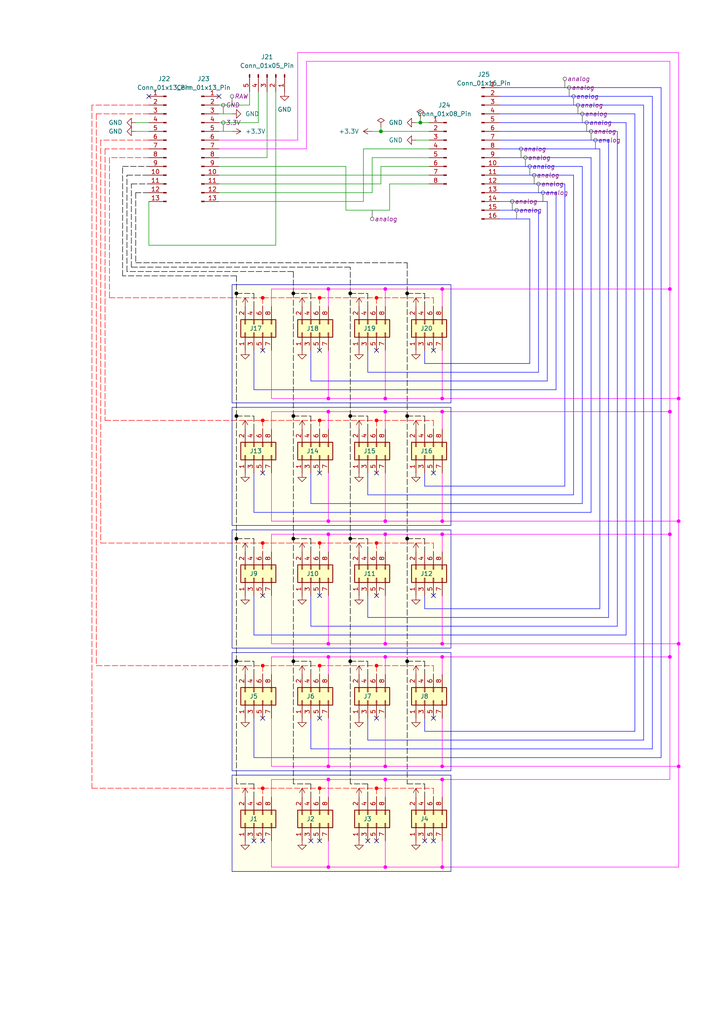
<source format=kicad_sch>
(kicad_sch (version 20230121) (generator eeschema)
  (paper "A4" portrait)
  (junction (at 95.25 119.38) (color 255 0 255 1))
  (junction (at 68.58 156.21) (color 0 0 0 1))
  (junction (at 92.71 121.92) (color 255 0 0 1))
  (junction (at 101.6 191.77) (color 0 0 0 1))
  (junction (at 128.27 151.13) (color 255 0 255 1))
  (junction (at 194.31 190.5) (color 255 0 255 1))
  (junction (at 95.25 190.5) (color 255 0 255 1))
  (junction (at 95.25 154.94) (color 255 0 255 1))
  (junction (at 194.31 154.94) (color 255 0 255 1))
  (junction (at 196.85 151.13) (color 255 0 255 1))
  (junction (at 68.58 191.77) (color 0 0 0 1))
  (junction (at 128.27 186.69) (color 255 0 255 1))
  (junction (at 109.22 193.04) (color 255 0 0 1))
  (junction (at 92.71 228.6) (color 255 0 0 1))
  (junction (at 111.76 226.06) (color 255 0 255 1))
  (junction (at 109.22 157.48) (color 255 0 0 1))
  (junction (at 95.25 186.69) (color 255 0 255 1))
  (junction (at 110.49 38.1))
  (junction (at 118.11 85.09) (color 0 0 0 1))
  (junction (at 128.27 119.38) (color 255 0 255 1))
  (junction (at 111.76 83.82) (color 255 0 255 1))
  (junction (at 95.25 222.25) (color 255 0 255 1))
  (junction (at 128.27 115.57) (color 255 0 255 1))
  (junction (at 85.09 156.21) (color 0 0 0 1))
  (junction (at 111.76 151.13) (color 255 0 255 1))
  (junction (at 196.85 115.57) (color 255 0 255 1))
  (junction (at 111.76 119.38) (color 255 0 255 1))
  (junction (at 95.25 226.06) (color 255 0 255 1))
  (junction (at 118.11 156.21) (color 0 0 0 1))
  (junction (at 111.76 186.69) (color 255 0 255 1))
  (junction (at 92.71 157.48) (color 255 0 0 1))
  (junction (at 111.76 190.5) (color 255 0 255 1))
  (junction (at 128.27 154.94) (color 255 0 255 1))
  (junction (at 101.6 85.09) (color 0 0 0 1))
  (junction (at 118.11 120.65) (color 0 0 0 1))
  (junction (at 92.71 193.04) (color 255 0 0 1))
  (junction (at 95.25 83.82) (color 255 0 255 1))
  (junction (at 111.76 222.25) (color 255 0 255 1))
  (junction (at 109.22 86.36) (color 255 0 0 1))
  (junction (at 95.25 115.57) (color 255 0 255 1))
  (junction (at 101.6 156.21) (color 0 0 0 1))
  (junction (at 109.22 121.92) (color 255 0 0 1))
  (junction (at 92.71 86.36) (color 255 0 0 1))
  (junction (at 68.58 85.09) (color 0 0 0 1))
  (junction (at 76.2 193.04) (color 255 0 0 1))
  (junction (at 128.27 226.06) (color 255 0 255 1))
  (junction (at 128.27 222.25) (color 255 0 255 1))
  (junction (at 111.76 154.94) (color 255 0 255 1))
  (junction (at 76.2 121.92) (color 255 0 0 1))
  (junction (at 85.09 85.09) (color 0 0 0 1))
  (junction (at 85.09 120.65) (color 0 0 0 1))
  (junction (at 111.76 115.57) (color 255 0 255 1))
  (junction (at 194.31 119.38) (color 255 0 255 1))
  (junction (at 76.2 86.36) (color 255 0 0 1))
  (junction (at 68.58 120.65) (color 0 0 0 1))
  (junction (at 118.11 191.77) (color 0 0 0 1))
  (junction (at 111.76 251.46) (color 255 0 255 1))
  (junction (at 95.25 251.46) (color 255 0 255 1))
  (junction (at 76.2 228.6) (color 255 0 0 1))
  (junction (at 196.85 186.69) (color 255 0 255 1))
  (junction (at 121.92 35.56))
  (junction (at 128.27 83.82) (color 255 0 255 1))
  (junction (at 95.25 151.13) (color 255 0 255 1))
  (junction (at 109.22 228.6) (color 255 0 0 1))
  (junction (at 85.09 191.77) (color 0 0 0 1))
  (junction (at 196.85 222.25) (color 255 0 255 1))
  (junction (at 194.31 83.82) (color 255 0 255 1))
  (junction (at 101.6 120.65) (color 0 0 0 1))
  (junction (at 128.27 190.5) (color 255 0 255 1))
  (junction (at 76.2 157.48) (color 255 0 0 1))
  (junction (at 128.27 251.46) (color 255 0 255 1))
  (no_connect (at 92.71 137.16))
  (no_connect (at 125.73 243.84))
  (no_connect (at 125.73 101.6))
  (no_connect (at 92.71 172.72))
  (no_connect (at 125.73 208.28))
  (no_connect (at 125.73 137.16))
  (no_connect (at 106.68 243.84))
  (no_connect (at 109.22 137.16))
  (no_connect (at 92.71 243.84))
  (no_connect (at 123.19 243.84))
  (no_connect (at 92.71 208.28))
  (no_connect (at 43.18 27.94))
  (no_connect (at 76.2 101.6))
  (no_connect (at 73.66 243.84))
  (no_connect (at 109.22 101.6))
  (no_connect (at 76.2 208.28))
  (no_connect (at 92.71 101.6))
  (no_connect (at 76.2 172.72))
  (no_connect (at 109.22 243.84))
  (no_connect (at 63.5 27.94))
  (no_connect (at 76.2 137.16))
  (no_connect (at 109.22 208.28))
  (no_connect (at 109.22 172.72))
  (no_connect (at 90.17 243.84))
  (no_connect (at 76.2 243.84))
  (no_connect (at 125.73 172.72))
  (wire (pts (xy 92.71 121.92) (xy 109.22 121.92)) (stroke (width 0) (type dash) (color 255 0 0 1)))
  (wire (pts (xy 128.27 186.69) (xy 128.27 172.72)) (stroke (width 0) (color 255 0 255 1)))
  (wire (pts (xy 123.19 227.33) (xy 123.19 231.14)) (stroke (width 0) (type dash) (color 0 0 0 1)))
  (wire (pts (xy 118.11 85.09) (xy 123.19 85.09)) (stroke (width 0) (type dash) (color 0 0 0 1)))
  (wire (pts (xy 101.6 77.47) (xy 38.1 77.47)) (stroke (width 0) (type dash) (color 0 0 0 1)))
  (wire (pts (xy 176.53 40.64) (xy 176.53 179.07)) (stroke (width 0) (color 0 0 255 1)))
  (wire (pts (xy 144.78 43.18) (xy 173.99 43.18)) (stroke (width 0) (color 0 0 255 1)))
  (wire (pts (xy 90.17 146.05) (xy 168.91 146.05)) (stroke (width 0) (color 0 0 255 1)))
  (wire (pts (xy 128.27 154.94) (xy 128.27 160.02)) (stroke (width 0) (color 255 0 255 1)))
  (wire (pts (xy 109.22 228.6) (xy 125.73 228.6)) (stroke (width 0) (type dash) (color 255 0 0 1)))
  (wire (pts (xy 30.48 121.92) (xy 76.2 121.92)) (stroke (width 0) (type dash) (color 255 0 0 1)))
  (wire (pts (xy 194.31 190.5) (xy 194.31 226.06)) (stroke (width 0) (color 255 0 255 1)))
  (wire (pts (xy 101.6 227.33) (xy 101.6 191.77)) (stroke (width 0) (type dash) (color 0 0 0 1)))
  (wire (pts (xy 95.25 119.38) (xy 78.74 119.38)) (stroke (width 0) (color 255 0 255 1)))
  (wire (pts (xy 78.74 154.94) (xy 78.74 160.02)) (stroke (width 0) (color 255 0 255 1)))
  (wire (pts (xy 111.76 151.13) (xy 95.25 151.13)) (stroke (width 0) (color 255 0 255 1)))
  (wire (pts (xy 111.76 154.94) (xy 111.76 160.02)) (stroke (width 0) (color 255 0 255 1)))
  (wire (pts (xy 110.49 36.83) (xy 110.49 38.1)))
  (wire (pts (xy 43.18 45.72) (xy 31.75 45.72)) (stroke (width 0) (type dash) (color 255 0 0 1)))
  (wire (pts (xy 63.5 53.34) (xy 110.49 53.34)))
  (wire (pts (xy 128.27 190.5) (xy 128.27 195.58)) (stroke (width 0) (color 255 0 255 1)))
  (wire (pts (xy 111.76 186.69) (xy 95.25 186.69)) (stroke (width 0) (color 255 0 255 1)))
  (wire (pts (xy 100.33 48.26) (xy 100.33 60.96)))
  (wire (pts (xy 179.07 38.1) (xy 179.07 181.61)) (stroke (width 0) (color 0 0 255 1)))
  (wire (pts (xy 39.37 55.88) (xy 39.37 76.2)) (stroke (width 0) (type dash) (color 0 0 0 1)))
  (wire (pts (xy 36.83 78.74) (xy 36.83 50.8)) (stroke (width 0) (type dash) (color 0 0 0 1)))
  (wire (pts (xy 144.78 55.88) (xy 161.29 55.88)) (stroke (width 0) (color 0 0 255 1)))
  (wire (pts (xy 95.25 119.38) (xy 95.25 124.46)) (stroke (width 0) (color 255 0 255 1)))
  (wire (pts (xy 144.78 63.5) (xy 153.67 63.5)) (stroke (width 0) (color 0 0 255 1)))
  (wire (pts (xy 196.85 115.57) (xy 196.85 151.13)) (stroke (width 0) (color 255 0 255 1)))
  (wire (pts (xy 80.01 71.12) (xy 80.01 26.67)))
  (wire (pts (xy 95.25 186.69) (xy 78.74 186.69)) (stroke (width 0) (color 255 0 255 1)))
  (wire (pts (xy 189.23 27.94) (xy 189.23 217.17)) (stroke (width 0) (color 0 0 255 1)))
  (wire (pts (xy 100.33 60.96) (xy 113.03 60.96)))
  (wire (pts (xy 109.22 193.04) (xy 125.73 193.04)) (stroke (width 0) (type dash) (color 255 0 0 1)))
  (wire (pts (xy 123.19 176.53) (xy 173.99 176.53)) (stroke (width 0) (color 0 0 255 1)))
  (wire (pts (xy 128.27 154.94) (xy 194.31 154.94)) (stroke (width 0) (color 255 0 255 1)))
  (wire (pts (xy 125.73 193.04) (xy 125.73 195.58)) (stroke (width 0) (type dash) (color 255 0 0 1)))
  (wire (pts (xy 95.25 83.82) (xy 78.74 83.82)) (stroke (width 0) (color 255 0 255 1)))
  (wire (pts (xy 111.76 119.38) (xy 111.76 124.46)) (stroke (width 0) (color 255 0 255 1)))
  (wire (pts (xy 39.37 35.56) (xy 43.18 35.56)))
  (wire (pts (xy 73.66 148.59) (xy 171.45 148.59)) (stroke (width 0) (color 0 0 255 1)))
  (wire (pts (xy 76.2 121.92) (xy 92.71 121.92)) (stroke (width 0) (type dash) (color 255 0 0 1)))
  (wire (pts (xy 78.74 251.46) (xy 78.74 243.84)) (stroke (width 0) (color 255 0 255 1)))
  (wire (pts (xy 196.85 15.24) (xy 196.85 115.57)) (stroke (width 0) (color 255 0 255 1)))
  (wire (pts (xy 101.6 120.65) (xy 101.6 85.09)) (stroke (width 0) (type dash) (color 0 0 0 1)))
  (wire (pts (xy 128.27 226.06) (xy 128.27 231.14)) (stroke (width 0) (color 255 0 255 1)))
  (wire (pts (xy 107.95 45.72) (xy 124.46 45.72)))
  (wire (pts (xy 63.5 50.8) (xy 124.46 50.8)))
  (wire (pts (xy 85.09 227.33) (xy 85.09 191.77)) (stroke (width 0) (type dash) (color 0 0 0 1)))
  (wire (pts (xy 92.71 193.04) (xy 92.71 195.58)) (stroke (width 0) (type dash) (color 255 0 0 1)))
  (wire (pts (xy 92.71 121.92) (xy 92.71 124.46)) (stroke (width 0) (type dash) (color 255 0 0 1)))
  (wire (pts (xy 128.27 243.84) (xy 128.27 251.46)) (stroke (width 0) (color 255 0 255 1)))
  (wire (pts (xy 85.09 120.65) (xy 90.17 120.65)) (stroke (width 0) (type dash) (color 0 0 0 1)))
  (wire (pts (xy 85.09 85.09) (xy 85.09 78.74)) (stroke (width 0) (type dash) (color 0 0 0 1)))
  (wire (pts (xy 63.5 48.26) (xy 100.33 48.26)))
  (wire (pts (xy 144.78 33.02) (xy 184.15 33.02)) (stroke (width 0) (color 0 0 255 1)))
  (wire (pts (xy 123.19 212.09) (xy 184.15 212.09)) (stroke (width 0) (color 0 0 255 1)))
  (wire (pts (xy 101.6 191.77) (xy 106.68 191.77)) (stroke (width 0) (type dash) (color 0 0 0 1)))
  (wire (pts (xy 106.68 143.51) (xy 166.37 143.51)) (stroke (width 0) (color 0 0 255 1)))
  (wire (pts (xy 109.22 157.48) (xy 109.22 160.02)) (stroke (width 0) (type dash) (color 255 0 0 1)))
  (wire (pts (xy 95.25 226.06) (xy 95.25 231.14)) (stroke (width 0) (color 255 0 255 1)))
  (wire (pts (xy 95.25 154.94) (xy 111.76 154.94)) (stroke (width 0) (color 255 0 255 1)))
  (wire (pts (xy 95.25 251.46) (xy 78.74 251.46)) (stroke (width 0) (color 255 0 255 1)))
  (wire (pts (xy 123.19 101.6) (xy 123.19 105.41)) (stroke (width 0) (color 0 0 255 1)))
  (wire (pts (xy 144.78 35.56) (xy 181.61 35.56)) (stroke (width 0) (color 0 0 255 1)))
  (wire (pts (xy 144.78 48.26) (xy 168.91 48.26)) (stroke (width 0) (color 0 0 255 1)))
  (wire (pts (xy 106.68 156.21) (xy 106.68 160.02)) (stroke (width 0) (type dash) (color 0 0 0 1)))
  (wire (pts (xy 68.58 120.65) (xy 73.66 120.65)) (stroke (width 0) (type dash) (color 0 0 0 1)))
  (wire (pts (xy 101.6 120.65) (xy 106.68 120.65)) (stroke (width 0) (type dash) (color 0 0 0 1)))
  (wire (pts (xy 73.66 227.33) (xy 68.58 227.33)) (stroke (width 0) (type dash) (color 0 0 0 1)))
  (wire (pts (xy 109.22 193.04) (xy 109.22 195.58)) (stroke (width 0) (type dash) (color 255 0 0 1)))
  (wire (pts (xy 43.18 58.42) (xy 43.18 71.12)))
  (wire (pts (xy 63.5 33.02) (xy 67.31 33.02)))
  (wire (pts (xy 86.36 40.64) (xy 86.36 15.24)) (stroke (width 0) (color 255 0 255 1)))
  (wire (pts (xy 101.6 156.21) (xy 101.6 120.65)) (stroke (width 0) (type dash) (color 0 0 0 1)))
  (wire (pts (xy 85.09 156.21) (xy 90.17 156.21)) (stroke (width 0) (type dash) (color 0 0 0 1)))
  (wire (pts (xy 118.11 191.77) (xy 118.11 227.33)) (stroke (width 0) (type dash) (color 0 0 0 1)))
  (wire (pts (xy 120.65 40.64) (xy 124.46 40.64)))
  (wire (pts (xy 90.17 137.16) (xy 90.17 146.05)) (stroke (width 0) (color 0 0 255 1)))
  (wire (pts (xy 111.76 115.57) (xy 95.25 115.57)) (stroke (width 0) (color 255 0 255 1)))
  (wire (pts (xy 111.76 226.06) (xy 111.76 231.14)) (stroke (width 0) (color 255 0 255 1)))
  (wire (pts (xy 43.18 30.48) (xy 26.67 30.48)) (stroke (width 0) (type dash) (color 255 0 0 1)))
  (wire (pts (xy 123.19 120.65) (xy 123.19 124.46)) (stroke (width 0) (type dash) (color 0 0 0 1)))
  (wire (pts (xy 166.37 50.8) (xy 166.37 143.51)) (stroke (width 0) (color 0 0 255 1)))
  (wire (pts (xy 95.25 186.69) (xy 95.25 172.72)) (stroke (width 0) (color 255 0 255 1)))
  (wire (pts (xy 73.66 172.72) (xy 73.66 184.15)) (stroke (width 0) (color 0 0 255 1)))
  (wire (pts (xy 68.58 80.01) (xy 35.56 80.01)) (stroke (width 0) (type dash) (color 0 0 0 1)))
  (wire (pts (xy 30.48 43.18) (xy 30.48 121.92)) (stroke (width 0) (type dash) (color 255 0 0 1)))
  (wire (pts (xy 106.68 191.77) (xy 106.68 195.58)) (stroke (width 0) (type dash) (color 0 0 0 1)))
  (wire (pts (xy 95.25 115.57) (xy 78.74 115.57)) (stroke (width 0) (color 255 0 255 1)))
  (wire (pts (xy 73.66 219.71) (xy 191.77 219.71)) (stroke (width 0) (color 0 0 255 1)))
  (wire (pts (xy 128.27 222.25) (xy 196.85 222.25)) (stroke (width 0) (color 255 0 255 1)))
  (wire (pts (xy 43.18 40.64) (xy 29.21 40.64)) (stroke (width 0) (type dash) (color 255 0 0 1)))
  (wire (pts (xy 68.58 156.21) (xy 73.66 156.21)) (stroke (width 0) (type dash) (color 0 0 0 1)))
  (wire (pts (xy 125.73 121.92) (xy 125.73 124.46)) (stroke (width 0) (type dash) (color 255 0 0 1)))
  (wire (pts (xy 128.27 83.82) (xy 111.76 83.82)) (stroke (width 0) (color 255 0 255 1)))
  (wire (pts (xy 85.09 156.21) (xy 85.09 120.65)) (stroke (width 0) (type dash) (color 0 0 0 1)))
  (wire (pts (xy 111.76 190.5) (xy 95.25 190.5)) (stroke (width 0) (color 255 0 255 1)))
  (wire (pts (xy 111.76 154.94) (xy 128.27 154.94)) (stroke (width 0) (color 255 0 255 1)))
  (wire (pts (xy 92.71 157.48) (xy 109.22 157.48)) (stroke (width 0) (type dash) (color 255 0 0 1)))
  (wire (pts (xy 78.74 119.38) (xy 78.74 124.46)) (stroke (width 0) (color 255 0 255 1)))
  (wire (pts (xy 31.75 86.36) (xy 76.2 86.36)) (stroke (width 0) (type dash) (color 255 0 0 1)))
  (wire (pts (xy 68.58 156.21) (xy 68.58 120.65)) (stroke (width 0) (type dash) (color 0 0 0 1)))
  (wire (pts (xy 106.68 137.16) (xy 106.68 143.51)) (stroke (width 0) (color 0 0 255 1)))
  (wire (pts (xy 92.71 157.48) (xy 92.71 160.02)) (stroke (width 0) (type dash) (color 255 0 0 1)))
  (wire (pts (xy 111.76 243.84) (xy 111.76 251.46)) (stroke (width 0) (color 255 0 255 1)))
  (wire (pts (xy 92.71 228.6) (xy 109.22 228.6)) (stroke (width 0) (type dash) (color 255 0 0 1)))
  (wire (pts (xy 73.66 191.77) (xy 73.66 195.58)) (stroke (width 0) (type dash) (color 0 0 0 1)))
  (wire (pts (xy 43.18 43.18) (xy 30.48 43.18)) (stroke (width 0) (type dash) (color 255 0 0 1)))
  (wire (pts (xy 90.17 101.6) (xy 90.17 110.49)) (stroke (width 0) (color 0 0 255 1)))
  (wire (pts (xy 76.2 228.6) (xy 92.71 228.6)) (stroke (width 0) (type dash) (color 255 0 0 1)))
  (wire (pts (xy 113.03 53.34) (xy 124.46 53.34)))
  (wire (pts (xy 191.77 25.4) (xy 191.77 219.71)) (stroke (width 0) (color 0 0 255 1)))
  (wire (pts (xy 144.78 58.42) (xy 158.75 58.42)) (stroke (width 0) (color 0 0 255 1)))
  (wire (pts (xy 95.25 190.5) (xy 78.74 190.5)) (stroke (width 0) (color 255 0 255 1)))
  (wire (pts (xy 92.71 193.04) (xy 109.22 193.04)) (stroke (width 0) (type dash) (color 255 0 0 1)))
  (wire (pts (xy 125.73 86.36) (xy 125.73 88.9)) (stroke (width 0) (type dash) (color 255 0 0 1)))
  (wire (pts (xy 95.25 226.06) (xy 78.74 226.06)) (stroke (width 0) (color 255 0 255 1)))
  (wire (pts (xy 118.11 120.65) (xy 123.19 120.65)) (stroke (width 0) (type dash) (color 0 0 0 1)))
  (wire (pts (xy 73.66 156.21) (xy 73.66 160.02)) (stroke (width 0) (type dash) (color 0 0 0 1)))
  (wire (pts (xy 27.94 193.04) (xy 76.2 193.04)) (stroke (width 0) (type dash) (color 255 0 0 1)))
  (wire (pts (xy 144.78 50.8) (xy 166.37 50.8)) (stroke (width 0) (color 0 0 255 1)))
  (wire (pts (xy 106.68 172.72) (xy 106.68 179.07)) (stroke (width 0) (color 0 0 255 1)))
  (wire (pts (xy 73.66 101.6) (xy 73.66 113.03)) (stroke (width 0) (color 0 0 255 1)))
  (wire (pts (xy 73.66 227.33) (xy 73.66 231.14)) (stroke (width 0) (type dash) (color 0 0 0 1)))
  (wire (pts (xy 106.68 107.95) (xy 156.21 107.95)) (stroke (width 0) (color 0 0 255 1)))
  (wire (pts (xy 123.19 208.28) (xy 123.19 212.09)) (stroke (width 0) (color 0 0 255 1)))
  (wire (pts (xy 95.25 115.57) (xy 95.25 101.6)) (stroke (width 0) (color 255 0 255 1)))
  (wire (pts (xy 173.99 43.18) (xy 173.99 176.53)) (stroke (width 0) (color 0 0 255 1)))
  (wire (pts (xy 128.27 119.38) (xy 111.76 119.38)) (stroke (width 0) (color 255 0 255 1)))
  (wire (pts (xy 128.27 222.25) (xy 111.76 222.25)) (stroke (width 0) (color 255 0 255 1)))
  (wire (pts (xy 101.6 191.77) (xy 101.6 156.21)) (stroke (width 0) (type dash) (color 0 0 0 1)))
  (wire (pts (xy 123.19 191.77) (xy 123.19 195.58)) (stroke (width 0) (type dash) (color 0 0 0 1)))
  (wire (pts (xy 78.74 83.82) (xy 78.74 88.9)) (stroke (width 0) (color 255 0 255 1)))
  (wire (pts (xy 186.69 30.48) (xy 186.69 214.63)) (stroke (width 0) (color 0 0 255 1)))
  (wire (pts (xy 120.65 35.56) (xy 121.92 35.56)))
  (wire (pts (xy 106.68 101.6) (xy 106.68 107.95)) (stroke (width 0) (color 0 0 255 1)))
  (wire (pts (xy 111.76 208.28) (xy 111.76 222.25)) (stroke (width 0) (color 255 0 255 1)))
  (wire (pts (xy 196.85 151.13) (xy 196.85 186.69)) (stroke (width 0) (color 255 0 255 1)))
  (wire (pts (xy 77.47 45.72) (xy 77.47 26.67)))
  (wire (pts (xy 125.73 228.6) (xy 125.73 231.14)) (stroke (width 0) (type dash) (color 255 0 0 1)))
  (wire (pts (xy 101.6 156.21) (xy 106.68 156.21)) (stroke (width 0) (type dash) (color 0 0 0 1)))
  (wire (pts (xy 39.37 76.2) (xy 118.11 76.2)) (stroke (width 0) (type dash) (color 0 0 0 1)))
  (wire (pts (xy 128.27 226.06) (xy 194.31 226.06)) (stroke (width 0) (color 255 0 255 1)))
  (wire (pts (xy 86.36 15.24) (xy 196.85 15.24)) (stroke (width 0) (color 255 0 255 1)))
  (wire (pts (xy 128.27 226.06) (xy 111.76 226.06)) (stroke (width 0) (color 255 0 255 1)))
  (wire (pts (xy 76.2 86.36) (xy 76.2 88.9)) (stroke (width 0) (type dash) (color 255 0 0 1)))
  (wire (pts (xy 194.31 17.78) (xy 194.31 83.82)) (stroke (width 0) (color 255 0 255 1)))
  (wire (pts (xy 72.39 30.48) (xy 72.39 26.67)))
  (wire (pts (xy 63.5 58.42) (xy 105.41 58.42)))
  (wire (pts (xy 90.17 217.17) (xy 189.23 217.17)) (stroke (width 0) (color 0 0 255 1)))
  (wire (pts (xy 196.85 251.46) (xy 128.27 251.46)) (stroke (width 0) (color 255 0 255 1)))
  (wire (pts (xy 73.66 113.03) (xy 161.29 113.03)) (stroke (width 0) (color 0 0 255 1)))
  (wire (pts (xy 118.11 85.09) (xy 118.11 120.65)) (stroke (width 0) (type dash) (color 0 0 0 1)))
  (wire (pts (xy 73.66 85.09) (xy 73.66 88.9)) (stroke (width 0) (type dash) (color 0 0 0 1)))
  (wire (pts (xy 123.19 140.97) (xy 163.83 140.97)) (stroke (width 0) (color 0 0 255 1)))
  (wire (pts (xy 128.27 151.13) (xy 111.76 151.13)) (stroke (width 0) (color 255 0 255 1)))
  (wire (pts (xy 158.75 58.42) (xy 158.75 110.49)) (stroke (width 0) (color 0 0 255 1)))
  (wire (pts (xy 68.58 85.09) (xy 73.66 85.09)) (stroke (width 0) (type dash) (color 0 0 0 1)))
  (wire (pts (xy 78.74 186.69) (xy 78.74 172.72)) (stroke (width 0) (color 255 0 255 1)))
  (wire (pts (xy 63.5 30.48) (xy 72.39 30.48)))
  (wire (pts (xy 109.22 86.36) (xy 125.73 86.36)) (stroke (width 0) (type dash) (color 255 0 0 1)))
  (wire (pts (xy 63.5 43.18) (xy 88.9 43.18)) (stroke (width 0) (color 255 0 255 1)))
  (wire (pts (xy 95.25 154.94) (xy 95.25 160.02)) (stroke (width 0) (color 255 0 255 1)))
  (wire (pts (xy 111.76 186.69) (xy 111.76 172.72)) (stroke (width 0) (color 255 0 255 1)))
  (wire (pts (xy 68.58 120.65) (xy 68.58 85.09)) (stroke (width 0) (type dash) (color 0 0 0 1)))
  (wire (pts (xy 26.67 228.6) (xy 76.2 228.6)) (stroke (width 0) (type dash) (color 255 0 0 1)))
  (wire (pts (xy 111.76 83.82) (xy 95.25 83.82)) (stroke (width 0) (color 255 0 255 1)))
  (wire (pts (xy 194.31 190.5) (xy 128.27 190.5)) (stroke (width 0) (color 255 0 255 1)))
  (wire (pts (xy 110.49 38.1) (xy 124.46 38.1)))
  (wire (pts (xy 111.76 226.06) (xy 95.25 226.06)) (stroke (width 0) (color 255 0 255 1)))
  (wire (pts (xy 90.17 172.72) (xy 90.17 181.61)) (stroke (width 0) (color 0 0 255 1)))
  (wire (pts (xy 123.19 137.16) (xy 123.19 140.97)) (stroke (width 0) (color 0 0 255 1)))
  (wire (pts (xy 95.25 243.84) (xy 95.25 251.46)) (stroke (width 0) (color 255 0 255 1)))
  (wire (pts (xy 109.22 157.48) (xy 125.73 157.48)) (stroke (width 0) (type dash) (color 255 0 0 1)))
  (wire (pts (xy 78.74 115.57) (xy 78.74 101.6)) (stroke (width 0) (color 255 0 255 1)))
  (wire (pts (xy 36.83 50.8) (xy 43.18 50.8)) (stroke (width 0) (type dash) (color 0 0 0 1)))
  (wire (pts (xy 90.17 156.21) (xy 90.17 160.02)) (stroke (width 0) (type dash) (color 0 0 0 1)))
  (wire (pts (xy 78.74 190.5) (xy 78.74 195.58)) (stroke (width 0) (color 255 0 255 1)))
  (wire (pts (xy 123.19 105.41) (xy 153.67 105.41)) (stroke (width 0) (color 0 0 255 1)))
  (wire (pts (xy 144.78 45.72) (xy 171.45 45.72)) (stroke (width 0) (color 0 0 255 1)))
  (wire (pts (xy 95.25 190.5) (xy 95.25 195.58)) (stroke (width 0) (color 255 0 255 1)))
  (wire (pts (xy 76.2 157.48) (xy 92.71 157.48)) (stroke (width 0) (type dash) (color 255 0 0 1)))
  (wire (pts (xy 63.5 55.88) (xy 107.95 55.88)))
  (wire (pts (xy 90.17 208.28) (xy 90.17 217.17)) (stroke (width 0) (color 0 0 255 1)))
  (wire (pts (xy 95.25 151.13) (xy 95.25 137.16)) (stroke (width 0) (color 255 0 255 1)))
  (wire (pts (xy 63.5 45.72) (xy 77.47 45.72)))
  (wire (pts (xy 90.17 181.61) (xy 179.07 181.61)) (stroke (width 0) (color 0 0 255 1)))
  (wire (pts (xy 194.31 83.82) (xy 194.31 119.38)) (stroke (width 0) (color 255 0 255 1)))
  (wire (pts (xy 111.76 222.25) (xy 95.25 222.25)) (stroke (width 0) (color 255 0 255 1)))
  (wire (pts (xy 88.9 17.78) (xy 194.31 17.78)) (stroke (width 0) (color 255 0 255 1)))
  (wire (pts (xy 144.78 30.48) (xy 186.69 30.48)) (stroke (width 0) (color 0 0 255 1)))
  (wire (pts (xy 106.68 214.63) (xy 186.69 214.63)) (stroke (width 0) (color 0 0 255 1)))
  (wire (pts (xy 73.66 184.15) (xy 181.61 184.15)) (stroke (width 0) (color 0 0 255 1)))
  (wire (pts (xy 106.68 85.09) (xy 106.68 88.9)) (stroke (width 0) (type dash) (color 0 0 0 1)))
  (wire (pts (xy 196.85 115.57) (xy 128.27 115.57)) (stroke (width 0) (color 255 0 255 1)))
  (wire (pts (xy 76.2 228.6) (xy 76.2 231.14)) (stroke (width 0) (type dash) (color 255 0 0 1)))
  (wire (pts (xy 95.25 83.82) (xy 95.25 88.9)) (stroke (width 0) (color 255 0 255 1)))
  (wire (pts (xy 118.11 120.65) (xy 118.11 156.21)) (stroke (width 0) (type dash) (color 0 0 0 1)))
  (wire (pts (xy 128.27 151.13) (xy 128.27 137.16)) (stroke (width 0) (color 255 0 255 1)))
  (wire (pts (xy 128.27 115.57) (xy 128.27 101.6)) (stroke (width 0) (color 255 0 255 1)))
  (wire (pts (xy 38.1 53.34) (xy 43.18 53.34)) (stroke (width 0) (type dash) (color 0 0 0 1)))
  (wire (pts (xy 76.2 157.48) (xy 76.2 160.02)) (stroke (width 0) (type dash) (color 255 0 0 1)))
  (wire (pts (xy 118.11 191.77) (xy 123.19 191.77)) (stroke (width 0) (type dash) (color 0 0 0 1)))
  (wire (pts (xy 196.85 186.69) (xy 128.27 186.69)) (stroke (width 0) (color 255 0 255 1)))
  (wire (pts (xy 63.5 35.56) (xy 74.93 35.56)))
  (wire (pts (xy 118.11 156.21) (xy 123.19 156.21)) (stroke (width 0) (type dash) (color 0 0 0 1)))
  (wire (pts (xy 109.22 121.92) (xy 109.22 124.46)) (stroke (width 0) (type dash) (color 255 0 0 1)))
  (wire (pts (xy 106.68 227.33) (xy 101.6 227.33)) (stroke (width 0) (type dash) (color 0 0 0 1)))
  (wire (pts (xy 111.76 119.38) (xy 95.25 119.38)) (stroke (width 0) (color 255 0 255 1)))
  (wire (pts (xy 156.21 60.96) (xy 156.21 107.95)) (stroke (width 0) (color 0 0 255 1)))
  (wire (pts (xy 105.41 58.42) (xy 105.41 43.18)))
  (wire (pts (xy 106.68 208.28) (xy 106.68 214.63)) (stroke (width 0) (color 0 0 255 1)))
  (wire (pts (xy 107.95 38.1) (xy 110.49 38.1)))
  (wire (pts (xy 144.78 53.34) (xy 163.83 53.34)) (stroke (width 0) (color 0 0 255 1)))
  (wire (pts (xy 196.85 151.13) (xy 128.27 151.13)) (stroke (width 0) (color 255 0 255 1)))
  (wire (pts (xy 123.19 156.21) (xy 123.19 160.02)) (stroke (width 0) (type dash) (color 0 0 0 1)))
  (wire (pts (xy 118.11 156.21) (xy 118.11 191.77)) (stroke (width 0) (type dash) (color 0 0 0 1)))
  (wire (pts (xy 29.21 40.64) (xy 29.21 157.48)) (stroke (width 0) (type dash) (color 255 0 0 1)))
  (wire (pts (xy 90.17 227.33) (xy 90.17 231.14)) (stroke (width 0) (type dash) (color 0 0 0 1)))
  (wire (pts (xy 73.66 208.28) (xy 73.66 219.71)) (stroke (width 0) (color 0 0 255 1)))
  (wire (pts (xy 26.67 30.48) (xy 26.67 228.6)) (stroke (width 0) (type dash) (color 255 0 0 1)))
  (wire (pts (xy 194.31 154.94) (xy 194.31 190.5)) (stroke (width 0) (color 255 0 255 1)))
  (wire (pts (xy 118.11 227.33) (xy 123.19 227.33)) (stroke (width 0) (type dash) (color 0 0 0 1)))
  (wire (pts (xy 85.09 191.77) (xy 90.17 191.77)) (stroke (width 0) (type dash) (color 0 0 0 1)))
  (wire (pts (xy 105.41 43.18) (xy 124.46 43.18)))
  (wire (pts (xy 35.56 48.26) (xy 43.18 48.26)) (stroke (width 0) (type dash) (color 0 0 0 1)))
  (wire (pts (xy 128.27 83.82) (xy 194.31 83.82)) (stroke (width 0) (color 255 0 255 1)))
  (wire (pts (xy 95.25 151.13) (xy 78.74 151.13)) (stroke (width 0) (color 255 0 255 1)))
  (wire (pts (xy 90.17 227.33) (xy 85.09 227.33)) (stroke (width 0) (type dash) (color 0 0 0 1)))
  (wire (pts (xy 109.22 121.92) (xy 125.73 121.92)) (stroke (width 0) (type dash) (color 255 0 0 1)))
  (wire (pts (xy 43.18 55.88) (xy 39.37 55.88)) (stroke (width 0) (type dash) (color 0 0 0 1)))
  (wire (pts (xy 110.49 48.26) (xy 124.46 48.26)))
  (wire (pts (xy 144.78 25.4) (xy 191.77 25.4)) (stroke (width 0) (color 0 0 255 1)))
  (wire (pts (xy 106.68 179.07) (xy 176.53 179.07)) (stroke (width 0) (color 0 0 255 1)))
  (wire (pts (xy 125.73 157.48) (xy 125.73 160.02)) (stroke (width 0) (type dash) (color 255 0 0 1)))
  (wire (pts (xy 128.27 115.57) (xy 111.76 115.57)) (stroke (width 0) (color 255 0 255 1)))
  (wire (pts (xy 161.29 55.88) (xy 161.29 113.03)) (stroke (width 0) (color 0 0 255 1)))
  (wire (pts (xy 90.17 120.65) (xy 90.17 124.46)) (stroke (width 0) (type dash) (color 0 0 0 1)))
  (wire (pts (xy 35.56 80.01) (xy 35.56 48.26)) (stroke (width 0) (type dash) (color 0 0 0 1)))
  (wire (pts (xy 121.92 35.56) (xy 124.46 35.56)))
  (wire (pts (xy 113.03 60.96) (xy 113.03 53.34)))
  (wire (pts (xy 128.27 208.28) (xy 128.27 222.25)) (stroke (width 0) (color 255 0 255 1)))
  (wire (pts (xy 68.58 191.77) (xy 73.66 191.77)) (stroke (width 0) (type dash) (color 0 0 0 1)))
  (wire (pts (xy 92.71 228.6) (xy 92.71 231.14)) (stroke (width 0) (type dash) (color 255 0 0 1)))
  (wire (pts (xy 106.68 227.33) (xy 106.68 231.14)) (stroke (width 0) (type dash) (color 0 0 0 1)))
  (wire (pts (xy 111.76 151.13) (xy 111.76 137.16)) (stroke (width 0) (color 255 0 255 1)))
  (wire (pts (xy 128.27 186.69) (xy 111.76 186.69)) (stroke (width 0) (color 255 0 255 1)))
  (wire (pts (xy 171.45 45.72) (xy 171.45 148.59)) (stroke (width 0) (color 0 0 255 1)))
  (wire (pts (xy 76.2 86.36) (xy 92.71 86.36)) (stroke (width 0) (type dash) (color 255 0 0 1)))
  (wire (pts (xy 118.11 76.2) (xy 118.11 85.09)) (stroke (width 0) (type dash) (color 0 0 0 1)))
  (wire (pts (xy 38.1 77.47) (xy 38.1 53.34)) (stroke (width 0) (type dash) (color 0 0 0 1)))
  (wire (pts (xy 78.74 154.94) (xy 95.25 154.94)) (stroke (width 0) (color 255 0 255 1)))
  (wire (pts (xy 85.09 78.74) (xy 36.83 78.74)) (stroke (width 0) (type dash) (color 0 0 0 1)))
  (wire (pts (xy 144.78 27.94) (xy 189.23 27.94)) (stroke (width 0) (color 0 0 255 1)))
  (wire (pts (xy 85.09 191.77) (xy 85.09 156.21)) (stroke (width 0) (type dash) (color 0 0 0 1)))
  (wire (pts (xy 90.17 191.77) (xy 90.17 195.58)) (stroke (width 0) (type dash) (color 0 0 0 1)))
  (wire (pts (xy 63.5 40.64) (xy 86.36 40.64)) (stroke (width 0) (color 255 0 255 1)))
  (wire (pts (xy 31.75 45.72) (xy 31.75 86.36)) (stroke (width 0) (type dash) (color 255 0 0 1)))
  (wire (pts (xy 144.78 40.64) (xy 176.53 40.64)) (stroke (width 0) (color 0 0 255 1)))
  (wire (pts (xy 88.9 43.18) (xy 88.9 17.78)) (stroke (width 0) (color 255 0 255 1)))
  (wire (pts (xy 194.31 119.38) (xy 128.27 119.38)) (stroke (width 0) (color 255 0 255 1)))
  (wire (pts (xy 90.17 110.49) (xy 158.75 110.49)) (stroke (width 0) (color 0 0 255 1)))
  (wire (pts (xy 111.76 83.82) (xy 111.76 88.9)) (stroke (width 0) (color 255 0 255 1)))
  (wire (pts (xy 95.25 208.28) (xy 95.25 222.25)) (stroke (width 0) (color 255 0 255 1)))
  (wire (pts (xy 76.2 121.92) (xy 76.2 124.46)) (stroke (width 0) (type dash) (color 255 0 0 1)))
  (wire (pts (xy 111.76 115.57) (xy 111.76 101.6)) (stroke (width 0) (color 255 0 255 1)))
  (wire (pts (xy 68.58 191.77) (xy 68.58 156.21)) (stroke (width 0) (type dash) (color 0 0 0 1)))
  (wire (pts (xy 92.71 86.36) (xy 92.71 88.9)) (stroke (width 0) (type dash) (color 255 0 0 1)))
  (wire (pts (xy 110.49 53.34) (xy 110.49 48.26)))
  (wire (pts (xy 29.21 157.48) (xy 76.2 157.48)) (stroke (width 0) (type dash) (color 255 0 0 1)))
  (wire (pts (xy 168.91 48.26) (xy 168.91 146.05)) (stroke (width 0) (color 0 0 255 1)))
  (wire (pts (xy 78.74 222.25) (xy 78.74 208.28)) (stroke (width 0) (color 255 0 255 1)))
  (wire (pts (xy 121.92 34.29) (xy 121.92 35.56)))
  (wire (pts (xy 85.09 120.65) (xy 85.09 85.09)) (stroke (width 0) (type dash) (color 0 0 0 1)))
  (wire (pts (xy 63.5 38.1) (xy 67.31 38.1)))
  (wire (pts (xy 85.09 85.09) (xy 90.17 85.09)) (stroke (width 0) (type dash) (color 0 0 0 1)))
  (wire (pts (xy 111.76 251.46) (xy 95.25 251.46)) (stroke (width 0) (color 255 0 255 1)))
  (wire (pts (xy 78.74 226.06) (xy 78.74 231.14)) (stroke (width 0) (color 255 0 255 1)))
  (wire (pts (xy 68.58 80.01) (xy 68.58 85.09)) (stroke (width 0) (type dash) (color 0 0 0 1)))
  (wire (pts (xy 123.19 85.09) (xy 123.19 88.9)) (stroke (width 0) (type dash) (color 0 0 0 1)))
  (wire (pts (xy 95.25 222.25) (xy 78.74 222.25)) (stroke (width 0) (color 255 0 255 1)))
  (wire (pts (xy 194.31 119.38) (xy 194.31 154.94)) (stroke (width 0) (color 255 0 255 1)))
  (wire (pts (xy 106.68 120.65) (xy 106.68 124.46)) (stroke (width 0) (type dash) (color 0 0 0 1)))
  (wire (pts (xy 101.6 85.09) (xy 106.68 85.09)) (stroke (width 0) (type dash) (color 0 0 0 1)))
  (wire (pts (xy 76.2 193.04) (xy 76.2 195.58)) (stroke (width 0) (type dash) (color 255 0 0 1)))
  (wire (pts (xy 153.67 63.5) (xy 153.67 105.41)) (stroke (width 0) (color 0 0 255 1)))
  (wire (pts (xy 128.27 251.46) (xy 111.76 251.46)) (stroke (width 0) (color 255 0 255 1)))
  (wire (pts (xy 144.78 38.1) (xy 179.07 38.1)) (stroke (width 0) (color 0 0 255 1)))
  (wire (pts (xy 128.27 190.5) (xy 111.76 190.5)) (stroke (width 0) (color 255 0 255 1)))
  (wire (pts (xy 111.76 190.5) (xy 111.76 195.58)) (stroke (width 0) (color 255 0 255 1)))
  (wire (pts (xy 68.58 227.33) (xy 68.58 191.77)) (stroke (width 0) (type dash) (color 0 0 0 1)))
  (wire (pts (xy 163.83 53.34) (xy 163.83 140.97)) (stroke (width 0) (color 0 0 255 1)))
  (wire (pts (xy 43.18 71.12) (xy 80.01 71.12)))
  (wire (pts (xy 109.22 228.6) (xy 109.22 231.14)) (stroke (width 0) (type dash) (color 255 0 0 1)))
  (wire (pts (xy 76.2 193.04) (xy 92.71 193.04)) (stroke (width 0) (type dash) (color 255 0 0 1)))
  (wire (pts (xy 73.66 120.65) (xy 73.66 124.46)) (stroke (width 0) (type dash) (color 0 0 0 1)))
  (wire (pts (xy 196.85 186.69) (xy 196.85 222.25)) (stroke (width 0) (color 255 0 255 1)))
  (wire (pts (xy 92.71 86.36) (xy 109.22 86.36)) (stroke (width 0) (type dash) (color 255 0 0 1)))
  (wire (pts (xy 27.94 33.02) (xy 27.94 193.04)) (stroke (width 0) (type dash) (color 255 0 0 1)))
  (wire (pts (xy 43.18 33.02) (xy 27.94 33.02)) (stroke (width 0) (type dash) (color 255 0 0 1)))
  (wire (pts (xy 90.17 85.09) (xy 90.17 88.9)) (stroke (width 0) (type dash) (color 0 0 0 1)))
  (wire (pts (xy 123.19 172.72) (xy 123.19 176.53)) (stroke (width 0) (color 0 0 255 1)))
  (wire (pts (xy 128.27 83.82) (xy 128.27 88.9)) (stroke (width 0) (color 255 0 255 1)))
  (wire (pts (xy 109.22 86.36) (xy 109.22 88.9)) (stroke (width 0) (type dash) (color 255 0 0 1)))
  (wire (pts (xy 107.95 55.88) (xy 107.95 45.72)))
  (wire (pts (xy 39.37 38.1) (xy 43.18 38.1)))
  (wire (pts (xy 196.85 222.25) (xy 196.85 251.46)) (stroke (width 0) (color 255 0 255 1)))
  (wire (pts (xy 144.78 60.96) (xy 156.21 60.96)) (stroke (width 0) (color 0 0 255 1)))
  (wire (pts (xy 128.27 119.38) (xy 128.27 124.46)) (stroke (width 0) (color 255 0 255 1)))
  (wire (pts (xy 78.74 151.13) (xy 78.74 137.16)) (stroke (width 0) (color 255 0 255 1)))
  (wire (pts (xy 73.66 137.16) (xy 73.66 148.59)) (stroke (width 0) (color 0 0 255 1)))
  (wire (pts (xy 74.93 35.56) (xy 74.93 26.67)))
  (wire (pts (xy 184.15 33.02) (xy 184.15 212.09)) (stroke (width 0) (color 0 0 255 1)))
  (wire (pts (xy 181.61 35.56) (xy 181.61 184.15)) (stroke (width 0) (color 0 0 255 1)))
  (wire (pts (xy 101.6 85.09) (xy 101.6 77.47)) (stroke (width 0) (type dash) (color 0 0 0 1)))
  (rectangle (start 67.31 189.23) (end 130.81 223.52) (fill (type color) (color 255 255 194 0.3)))
  (rectangle (start 67.31 118.11) (end 130.81 152.4) (fill (type color) (color 255 255 194 0.3)))
  (rectangle (start 67.31 82.55) (end 130.81 116.84) (fill (type color) (color 255 255 194 0.3)))
  (rectangle (start 67.31 224.79) (end 130.81 252.73) (fill (type color) (color 255 255 194 0.3019607843)))
  (rectangle (start 67.31 153.67) (end 130.81 187.96) (fill (type color) (color 255 255 194 0.3)))
  (netclass_flag "" (length 2.54) (shape round) (at 167.64 33.02 0) (property "Netclass" "analog" (at 168.3385 30.48 0) (effects (font italic) (justify left))))
  (netclass_flag "" (length 2.54) (shape round) (at 156.21 55.88 0) (property "Netclass" "analog" (at 156.9085 53.34 0) (effects (font italic) (justify left))))
  (netclass_flag "" (length 2.54) (shape round) (at 107.95 60.96 180) (property "Netclass" "analog" (at 108.6485 63.5 0) (effects (font italic) (justify left))))
  (netclass_flag "" (length 2.54) (shape round) (at 165.1 27.94 0) (property "Netclass" "analog" (at 165.7985 25.4 0) (effects (font italic) (justify left))))
  (netclass_flag "" (length 2.54) (shape round) (at 151.13 45.72 0) (property "Netclass" "analog" (at 151.8285 43.18 0) (effects (font italic) (justify left))))
  (netclass_flag "" (length 2.54) (shape round) (at 170.18 38.1 0) (property "Netclass" "analog" (at 170.8785 35.56 0) (effects (font italic) (justify left))))
  (netclass_flag "" (length 2.54) (shape round) (at 171.45 40.64 0) (property "Netclass" "analog" (at 172.1485 38.1 0) (effects (font italic) (justify left))))
  (netclass_flag "" (length 2.54) (shape round) (at 67.31 30.48 0) (property "Netclass" "RAW" (at 68.0085 27.94 0) (effects (font italic) (justify left))))
  (netclass_flag "" (length 2.54) (shape round) (at 152.4 48.26 0) (property "Netclass" "analog" (at 153.0985 45.72 0) (effects (font italic) (justify left))))
  (netclass_flag "" (length 2.54) (shape round) (at 64.77 38.1 0) (property "Netclass" "3.3V" (at 65.4685 35.56 0) (effects (font italic) (justify left))))
  (netclass_flag "" (length 2.54) (shape round) (at 168.91 35.56 0) (property "Netclass" "analog" (at 169.6085 33.02 0) (effects (font italic) (justify left))))
  (netclass_flag "" (length 2.54) (shape round) (at 166.37 30.48 0) (property "Netclass" "analog" (at 167.0685 27.94 0) (effects (font italic) (justify left))))
  (netclass_flag "" (length 2.54) (shape round) (at 172.72 43.18 0) (property "Netclass" "analog" (at 173.4185 40.64 0) (effects (font italic) (justify left))))
  (netclass_flag "" (length 2.54) (shape round) (at 154.94 53.34 0) (property "Netclass" "analog" (at 155.6385 50.8 0) (effects (font italic) (justify left))))
  (netclass_flag "" (length 2.54) (shape round) (at 163.83 25.4 0) (property "Netclass" "analog" (at 164.5285 22.86 0) (effects (font italic) (justify left))))
  (netclass_flag "" (length 2.54) (shape round) (at 157.48 58.42 0) (property "Netclass" "analog" (at 158.1785 55.88 0) (effects (font italic) (justify left))))
  (netclass_flag "" (length 2.54) (shape round) (at 149.86 63.5 0) (property "Netclass" "analog" (at 150.5585 60.96 0) (effects (font italic) (justify left))))
  (netclass_flag "" (length 2.54) (shape round) (at 64.77 33.02 0) (property "Netclass" "GND" (at 65.4685 30.48 0) (effects (font italic) (justify left))))
  (netclass_flag "" (length 2.54) (shape round) (at 153.67 50.8 0) (property "Netclass" "analog" (at 154.3685 48.26 0) (effects (font italic) (justify left))))
  (netclass_flag "" (length 2.54) (shape round) (at 148.59 60.96 0) (property "Netclass" "analog" (at 149.2885 58.42 0) (effects (font italic) (justify left))))
  (symbol (lib_id "power:+3.3V") (at 87.63 195.58 0) (unit 1)
    (property "Reference" "#PWR014" (effects hide))
    (property "Value" "+3.3V" (effects hide))
  )
  (symbol (lib_id "power:+3.3V") (at 104.14 231.14 0) (unit 1)
    (property "Reference" "#PWR08" (effects hide))
    (property "Value" "+3.3V" (effects hide))
  )
  (symbol (lib_id "power:GND") (at 39.37 35.56 270) (unit 1)
    (property "Reference" "#PWR045" (effects hide))
    (property "Value" "GND" (at 35.56 35.56 90) (effects (justify right)))
  )
  (symbol (lib_id "Connector_Generic:Conn_02x04_Odd_Even") (at 90.17 132.08 90) (unit 1)
    (property "Reference" "J14" (at 88.9 130.81 90) (effects (justify right)))
    (property "Value" "Conn_02x04_Odd_Even" (effects hide))
    (property "Footprint" "Connector_PinHeader_2.54mm:PinHeader_2x04_P2.54mm_Vertical" (effects hide))
  )
  (symbol (lib_id "power:GND") (at 87.63 101.6 0) (unit 1)
    (property "Reference" "#PWR039" (effects hide))
    (property "Value" "GND" (effects hide))
  )
  (symbol (lib_id "Connector_Generic:Conn_02x04_Odd_Even") (at 90.17 203.2 90) (unit 1)
    (property "Reference" "J6" (at 88.9 201.93 90) (effects (justify right)))
    (property "Value" "Conn_02x04_Odd_Even" (effects hide))
    (property "Footprint" "Connector_PinHeader_2.54mm:PinHeader_2x04_P2.54mm_Vertical" (effects hide))
  )
  (symbol (lib_id "power:GND") (at 104.14 172.72 0) (unit 1)
    (property "Reference" "#PWR025" (effects hide))
    (property "Value" "GND" (effects hide))
  )
  (symbol (lib_id "power:+3.3V") (at 87.63 124.46 0) (unit 1)
    (property "Reference" "#PWR030" (effects hide))
    (property "Value" "+3.3V" (effects hide))
  )
  (symbol (lib_id "power:GND") (at 71.12 137.16 0) (unit 1)
    (property "Reference" "#PWR029" (effects hide))
    (property "Value" "GND" (effects hide))
  )
  (symbol (lib_id "power:+3.3V") (at 87.63 231.14 0) (unit 1)
    (property "Reference" "#PWR06" (effects hide))
    (property "Value" "+3.3V" (effects hide))
  )
  (symbol (lib_id "power:PWR_FLAG") (at 110.49 36.83 0) (unit 1)
    (property "Reference" "#FLG02" (effects hide))
    (property "Value" "PWR_FLAG" (effects hide))
  )
  (symbol (lib_id "power:+3.3V") (at 120.65 231.14 0) (unit 1)
    (property "Reference" "#PWR010" (effects hide))
    (property "Value" "+3.3V" (effects hide))
  )
  (symbol (lib_id "power:GND") (at 120.65 35.56 270) (unit 1)
    (property "Reference" "#PWR016" (effects hide))
    (property "Value" "GND" (at 116.84 35.56 90) (effects (justify right)))
  )
  (symbol (lib_id "power:+3.3V") (at 107.95 38.1 90) (unit 1)
    (property "Reference" "#PWR026" (effects hide))
    (property "Value" "+3.3V" (at 104.14 38.1 90) (effects (justify left)))
  )
  (symbol (lib_id "Connector_Generic:Conn_02x04_Odd_Even") (at 90.17 167.64 90) (unit 1)
    (property "Reference" "J10" (at 88.9 166.37 90) (effects (justify right)))
    (property "Value" "Conn_02x04_Odd_Even" (effects hide))
    (property "Footprint" "Connector_PinHeader_2.54mm:PinHeader_2x04_P2.54mm_Vertical" (effects hide))
  )
  (symbol (lib_id "power:GND") (at 87.63 208.28 0) (unit 1)
    (property "Reference" "#PWR015" (effects hide))
    (property "Value" "GND" (effects hide))
  )
  (symbol (lib_id "Connector_Generic:Conn_02x04_Odd_Even") (at 73.66 203.2 90) (unit 1)
    (property "Reference" "J5" (at 72.39 201.93 90) (effects (justify right)))
    (property "Value" "Conn_02x04_Odd_Even" (effects hide))
    (property "Footprint" "Connector_PinHeader_2.54mm:PinHeader_2x04_P2.54mm_Vertical" (effects hide))
  )
  (symbol (lib_id "Connector_Generic:Conn_02x04_Odd_Even") (at 123.19 167.64 90) (unit 1)
    (property "Reference" "J12" (at 121.92 166.37 90) (effects (justify right)))
    (property "Value" "Conn_02x04_Odd_Even" (effects hide))
    (property "Footprint" "Connector_PinHeader_2.54mm:PinHeader_2x04_P2.54mm_Vertical" (effects hide))
  )
  (symbol (lib_id "power:GND") (at 67.31 33.02 90) (unit 1)
    (property "Reference" "#PWR046" (effects hide))
    (property "Value" "GND" (at 71.12 33.02 90) (effects (justify right)))
  )
  (symbol (lib_id "Connector_Generic:Conn_02x04_Odd_Even") (at 123.19 96.52 90) (unit 1)
    (property "Reference" "J20" (at 121.92 95.25 90) (effects (justify right)))
    (property "Value" "Conn_02x04_Odd_Even" (effects hide))
    (property "Footprint" "Connector_PinHeader_2.54mm:PinHeader_2x04_P2.54mm_Vertical" (effects hide))
  )
  (symbol (lib_id "Connector_Generic:Conn_02x04_Odd_Even") (at 123.19 238.76 90) (unit 1)
    (property "Reference" "J4" (at 121.92 237.49 90) (effects (justify right)))
    (property "Value" "Conn_02x04_Odd_Even" (effects hide))
    (property "Footprint" "Connector_PinHeader_2.54mm:PinHeader_2x04_P2.54mm_Vertical" (effects hide))
  )
  (symbol (lib_id "Connector:Conn_01x05_Pin") (at 77.47 21.59 270) (unit 1)
    (property "Reference" "J21" (at 77.47 16.51 90))
    (property "Value" "Conn_01x05_Pin" (at 77.47 19.05 90))
    (property "Footprint" "Connector_PinHeader_2.54mm:PinHeader_1x05_P2.54mm_Vertical" (effects hide))
  )
  (symbol (lib_id "power:+3.3V") (at 120.65 124.46 0) (unit 1)
    (property "Reference" "#PWR034" (effects hide))
    (property "Value" "+3.3V" (effects hide))
  )
  (symbol (lib_id "power:+3.3V") (at 71.12 124.46 0) (unit 1)
    (property "Reference" "#PWR028" (effects hide))
    (property "Value" "+3.3V" (effects hide))
  )
  (symbol (lib_id "power:+3.3V") (at 87.63 160.02 0) (unit 1)
    (property "Reference" "#PWR022" (effects hide))
    (property "Value" "+3.3V" (effects hide))
  )
  (symbol (lib_id "power:GND") (at 120.65 40.64 270) (unit 1)
    (property "Reference" "#PWR011" (effects hide))
    (property "Value" "GND" (at 116.84 40.64 90) (effects (justify right)))
  )
  (symbol (lib_id "power:GND") (at 87.63 137.16 0) (unit 1)
    (property "Reference" "#PWR031" (effects hide))
    (property "Value" "GND" (effects hide))
  )
  (symbol (lib_id "power:GND") (at 120.65 243.84 0) (unit 1)
    (property "Reference" "#PWR05" (effects hide))
    (property "Value" "GND" (effects hide))
  )
  (symbol (lib_id "power:+3.3V") (at 104.14 124.46 0) (unit 1)
    (property "Reference" "#PWR032" (effects hide))
    (property "Value" "+3.3V" (effects hide))
  )
  (symbol (lib_id "Connector_Generic:Conn_02x04_Odd_Even") (at 73.66 238.76 90) (unit 1)
    (property "Reference" "J1" (at 72.39 237.49 90) (effects (justify right)))
    (property "Value" "Conn_02x04_Odd_Even" (effects hide))
    (property "Footprint" "Connector_PinHeader_2.54mm:PinHeader_2x04_P2.54mm_Vertical" (effects hide))
  )
  (symbol (lib_id "power:GND") (at 71.12 208.28 0) (unit 1)
    (property "Reference" "#PWR013" (effects hide))
    (property "Value" "GND" (effects hide))
  )
  (symbol (lib_id "Connector_Generic:Conn_02x04_Odd_Even") (at 73.66 132.08 90) (unit 1)
    (property "Reference" "J13" (at 72.39 130.81 90) (effects (justify right)))
    (property "Value" "Conn_02x04_Odd_Even" (effects hide))
    (property "Footprint" "Connector_PinHeader_2.54mm:PinHeader_2x04_P2.54mm_Vertical" (effects hide))
  )
  (symbol (lib_id "Connector_Generic:Conn_02x04_Odd_Even") (at 90.17 96.52 90) (unit 1)
    (property "Reference" "J18" (at 88.9 95.25 90) (effects (justify right)))
    (property "Value" "Conn_02x04_Odd_Even" (effects hide))
    (property "Footprint" "Connector_PinHeader_2.54mm:PinHeader_2x04_P2.54mm_Vertical" (effects hide))
  )
  (symbol (lib_id "power:GND") (at 71.12 243.84 0) (unit 1)
    (property "Reference" "#PWR02" (effects hide))
    (property "Value" "GND" (effects hide))
  )
  (symbol (lib_id "Connector_Generic:Conn_02x04_Odd_Even") (at 90.17 238.76 90) (unit 1)
    (property "Reference" "J2" (at 88.9 237.49 90) (effects (justify right)))
    (property "Value" "Conn_02x04_Odd_Even" (effects hide))
    (property "Footprint" "Connector_PinHeader_2.54mm:PinHeader_2x04_P2.54mm_Vertical" (effects hide))
  )
  (symbol (lib_id "power:+3.3V") (at 71.12 231.14 0) (unit 1)
    (property "Reference" "#PWR04" (effects hide))
    (property "Value" "+3.3V" (effects hide))
  )
  (symbol (lib_id "power:GND") (at 71.12 101.6 0) (unit 1)
    (property "Reference" "#PWR037" (effects hide))
    (property "Value" "GND" (effects hide))
  )
  (symbol (lib_id "power:+3.3V") (at 67.31 38.1 270) (unit 1)
    (property "Reference" "#PWR047" (effects hide))
    (property "Value" "+3.3V" (at 71.12 38.1 90) (effects (justify left)))
  )
  (symbol (lib_id "power:+3.3V") (at 120.65 195.58 0) (unit 1)
    (property "Reference" "#PWR018" (effects hide))
    (property "Value" "+3.3V" (effects hide))
  )
  (symbol (lib_id "power:GND") (at 104.14 137.16 0) (unit 1)
    (property "Reference" "#PWR033" (effects hide))
    (property "Value" "GND" (effects hide))
  )
  (symbol (lib_id "Connector_Generic:Conn_02x04_Odd_Even") (at 106.68 203.2 90) (unit 1)
    (property "Reference" "J7" (at 105.41 201.93 90) (effects (justify right)))
    (property "Value" "Conn_02x04_Odd_Even" (effects hide))
    (property "Footprint" "Connector_PinHeader_2.54mm:PinHeader_2x04_P2.54mm_Vertical" (effects hide))
  )
  (symbol (lib_id "power:GND") (at 39.37 38.1 270) (unit 1)
    (property "Reference" "#PWR044" (effects hide))
    (property "Value" "GND" (at 35.56 38.1 90) (effects (justify right)))
  )
  (symbol (lib_id "Connector:Conn_01x13_Pin") (at 48.26 43.18 0) (mirror y) (unit 1)
    (property "Reference" "J22" (at 47.625 22.86 0))
    (property "Value" "Conn_01x13_Pin" (at 47.625 25.4 0))
    (property "Footprint" "Connector_PinSocket_2.54mm:PinSocket_1x13_P2.54mm_Vertical" (effects hide))
  )
  (symbol (lib_id "Connector:Conn_01x08_Pin") (at 129.54 43.18 0) (mirror y) (unit 1)
    (property "Reference" "J24" (at 128.905 30.48 0))
    (property "Value" "Conn_01x08_Pin" (at 128.905 33.02 0))
    (property "Footprint" "Connector_PinSocket_2.54mm:PinSocket_1x08_P2.54mm_Vertical" (effects hide))
  )
  (symbol (lib_id "power:GND") (at 104.14 243.84 0) (unit 1)
    (property "Reference" "#PWR09" (effects hide))
    (property "Value" "GND" (effects hide))
  )
  (symbol (lib_id "Connector_Generic:Conn_02x04_Odd_Even") (at 106.68 167.64 90) (unit 1)
    (property "Reference" "J11" (at 105.41 166.37 90) (effects (justify right)))
    (property "Value" "Conn_02x04_Odd_Even" (effects hide))
    (property "Footprint" "Connector_PinHeader_2.54mm:PinHeader_2x04_P2.54mm_Vertical" (effects hide))
  )
  (symbol (lib_id "Connector_Generic:Conn_02x04_Odd_Even") (at 73.66 96.52 90) (unit 1)
    (property "Reference" "J17" (at 72.39 95.25 90) (effects (justify right)))
    (property "Value" "Conn_02x04_Odd_Even" (effects hide))
    (property "Footprint" "Connector_PinHeader_2.54mm:PinHeader_2x04_P2.54mm_Vertical" (effects hide))
  )
  (symbol (lib_id "Connector_Generic:Conn_02x04_Odd_Even") (at 123.19 132.08 90) (unit 1)
    (property "Reference" "J16" (at 121.92 130.81 90) (effects (justify right)))
    (property "Value" "Conn_02x04_Odd_Even" (effects hide))
    (property "Footprint" "Connector_PinHeader_2.54mm:PinHeader_2x04_P2.54mm_Vertical" (effects hide))
  )
  (symbol (lib_id "Connector_Generic:Conn_02x04_Odd_Even") (at 106.68 132.08 90) (unit 1)
    (property "Reference" "J15" (at 105.41 130.81 90) (effects (justify right)))
    (property "Value" "Conn_02x04_Odd_Even" (effects hide))
    (property "Footprint" "Connector_PinHeader_2.54mm:PinHeader_2x04_P2.54mm_Vertical" (effects hide))
  )
  (symbol (lib_id "power:GND") (at 71.12 172.72 0) (unit 1)
    (property "Reference" "#PWR021" (effects hide))
    (property "Value" "GND" (effects hide))
  )
  (symbol (lib_id "power:+3.3V") (at 104.14 88.9 0) (unit 1)
    (property "Reference" "#PWR040" (effects hide))
    (property "Value" "+3.3V" (effects hide))
  )
  (symbol (lib_id "power:GND") (at 87.63 243.84 0) (unit 1)
    (property "Reference" "#PWR07" (effects hide))
    (property "Value" "GND" (effects hide))
  )
  (symbol (lib_id "Connector_Generic:Conn_02x04_Odd_Even") (at 73.66 167.64 90) (unit 1)
    (property "Reference" "J9" (at 72.39 166.37 90) (effects (justify right)))
    (property "Value" "Conn_02x04_Odd_Even" (effects hide))
    (property "Footprint" "Connector_PinHeader_2.54mm:PinHeader_2x04_P2.54mm_Vertical" (effects hide))
  )
  (symbol (lib_id "power:GND") (at 87.63 172.72 0) (unit 1)
    (property "Reference" "#PWR023" (effects hide))
    (property "Value" "GND" (effects hide))
  )
  (symbol (lib_id "power:+3.3V") (at 71.12 160.02 0) (unit 1)
    (property "Reference" "#PWR020" (effects hide))
    (property "Value" "+3.3V" (effects hide))
  )
  (symbol (lib_id "power:+3.3V") (at 71.12 195.58 0) (unit 1)
    (property "Reference" "#PWR012" (effects hide))
    (property "Value" "+3.3V" (effects hide))
  )
  (symbol (lib_id "power:GND") (at 120.65 208.28 0) (unit 1)
    (property "Reference" "#PWR019" (effects hide))
    (property "Value" "GND" (effects hide))
  )
  (symbol (lib_id "power:+3.3V") (at 104.14 195.58 0) (unit 1)
    (property "Reference" "#PWR03" (effects hide))
    (property "Value" "+3.3V" (effects hide))
  )
  (symbol (lib_id "power:GND") (at 120.65 172.72 0) (unit 1)
    (property "Reference" "#PWR027" (effects hide))
    (property "Value" "GND" (effects hide))
  )
  (symbol (lib_id "power:GND") (at 104.14 208.28 0) (unit 1)
    (property "Reference" "#PWR017" (effects hide))
    (property "Value" "GND" (effects hide))
  )
  (symbol (lib_id "power:GND") (at 120.65 101.6 0) (unit 1)
    (property "Reference" "#PWR043" (effects hide))
    (property "Value" "GND" (effects hide))
  )
  (symbol (lib_id "power:GND") (at 104.14 101.6 0) (unit 1)
    (property "Reference" "#PWR041" (effects hide))
    (property "Value" "GND" (effects hide))
  )
  (symbol (lib_id "power:+3.3V") (at 120.65 88.9 0) (unit 1)
    (property "Reference" "#PWR042" (effects hide))
    (property "Value" "+3.3V" (effects hide))
  )
  (symbol (lib_id "Connector_Generic:Conn_02x04_Odd_Even") (at 123.19 203.2 90) (unit 1)
    (property "Reference" "J8" (at 121.92 201.93 90) (effects (justify right)))
    (property "Value" "Conn_02x04_Odd_Even" (effects hide))
    (property "Footprint" "Connector_PinHeader_2.54mm:PinHeader_2x04_P2.54mm_Vertical" (effects hide))
  )
  (symbol (lib_id "power:+3.3V") (at 71.12 88.9 0) (unit 1)
    (property "Reference" "#PWR036" (effects hide))
    (property "Value" "+3.3V" (effects hide))
  )
  (symbol (lib_id "Connector:Conn_01x13_Pin") (at 58.42 43.18 0) (unit 1)
    (property "Reference" "J23" (at 59.055 22.86 0))
    (property "Value" "Conn_01x13_Pin" (at 59.055 25.4 0))
    (property "Footprint" "Connector_PinSocket_2.54mm:PinSocket_1x13_P2.54mm_Vertical" (effects hide))
  )
  (symbol (lib_id "power:+3.3V") (at 120.65 160.02 0) (unit 1)
    (property "Reference" "#PWR01" (effects hide))
    (property "Value" "+3.3V" (effects hide))
  )
  (symbol (lib_id "Connector_Generic:Conn_02x04_Odd_Even") (at 106.68 238.76 90) (unit 1)
    (property "Reference" "J3" (at 105.41 237.49 90) (effects (justify right)))
    (property "Value" "Conn_02x04_Odd_Even" (effects hide))
    (property "Footprint" "Connector_PinHeader_2.54mm:PinHeader_2x04_P2.54mm_Vertical" (effects hide))
  )
  (symbol (lib_id "power:GND") (at 120.65 137.16 0) (unit 1)
    (property "Reference" "#PWR035" (effects hide))
    (property "Value" "GND" (effects hide))
  )
  (symbol (lib_id "Connector:Conn_01x16_Pin") (at 139.7 43.18 0) (unit 1)
    (property "Reference" "J25" (at 140.335 21.59 0))
    (property "Value" "Conn_01x16_Pin" (at 140.335 24.13 0))
    (property "Footprint" "Connector_PinSocket_2.54mm:PinSocket_1x16_P2.54mm_Vertical" (effects hide))
  )
  (symbol (lib_id "power:+3.3V") (at 87.63 88.9 0) (unit 1)
    (property "Reference" "#PWR038" (effects hide))
    (property "Value" "+3.3V" (effects hide))
  )
  (symbol (lib_id "power:GND") (at 82.55 26.67 0) (unit 1)
    (property "Reference" "#PWR048" (effects hide))
    (property "Value" "GND" (at 82.55 31.75 0))
  )
  (symbol (lib_id "power:+3.3V") (at 104.14 160.02 0) (unit 1)
    (property "Reference" "#PWR024" (effects hide))
    (property "Value" "+3.3V" (effects hide))
  )
  (symbol (lib_id "Connector_Generic:Conn_02x04_Odd_Even") (at 106.68 96.52 90) (unit 1)
    (property "Reference" "J19" (at 105.41 95.25 90) (effects (justify right)))
    (property "Value" "Conn_02x04_Odd_Even" (effects hide))
    (property "Footprint" "Connector_PinHeader_2.54mm:PinHeader_2x04_P2.54mm_Vertical" (effects hide))
  )
  (symbol (lib_id "power:PWR_FLAG") (at 121.92 34.29 0) (unit 1)
    (property "Reference" "#FLG01" (effects hide))
    (property "Value" "PWR_FLAG" (effects hide))
  )
)
</source>
